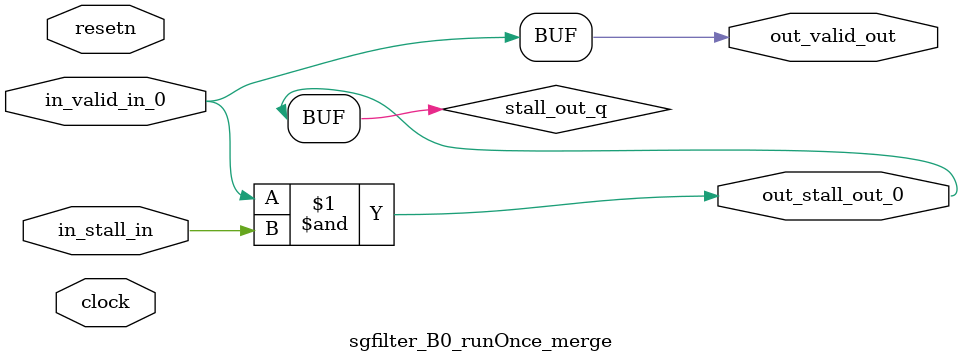
<source format=sv>



(* altera_attribute = "-name AUTO_SHIFT_REGISTER_RECOGNITION OFF; -name MESSAGE_DISABLE 10036; -name MESSAGE_DISABLE 10037; -name MESSAGE_DISABLE 14130; -name MESSAGE_DISABLE 14320; -name MESSAGE_DISABLE 15400; -name MESSAGE_DISABLE 14130; -name MESSAGE_DISABLE 10036; -name MESSAGE_DISABLE 12020; -name MESSAGE_DISABLE 12030; -name MESSAGE_DISABLE 12010; -name MESSAGE_DISABLE 12110; -name MESSAGE_DISABLE 14320; -name MESSAGE_DISABLE 13410; -name MESSAGE_DISABLE 113007; -name MESSAGE_DISABLE 10958" *)
module sgfilter_B0_runOnce_merge (
    input wire [0:0] in_stall_in,
    input wire [0:0] in_valid_in_0,
    output wire [0:0] out_stall_out_0,
    output wire [0:0] out_valid_out,
    input wire clock,
    input wire resetn
    );

    wire [0:0] stall_out_q;


    // stall_out(LOGICAL,6)
    assign stall_out_q = in_valid_in_0 & in_stall_in;

    // out_stall_out_0(GPOUT,4)
    assign out_stall_out_0 = stall_out_q;

    // out_valid_out(GPOUT,5)
    assign out_valid_out = in_valid_in_0;

endmodule

</source>
